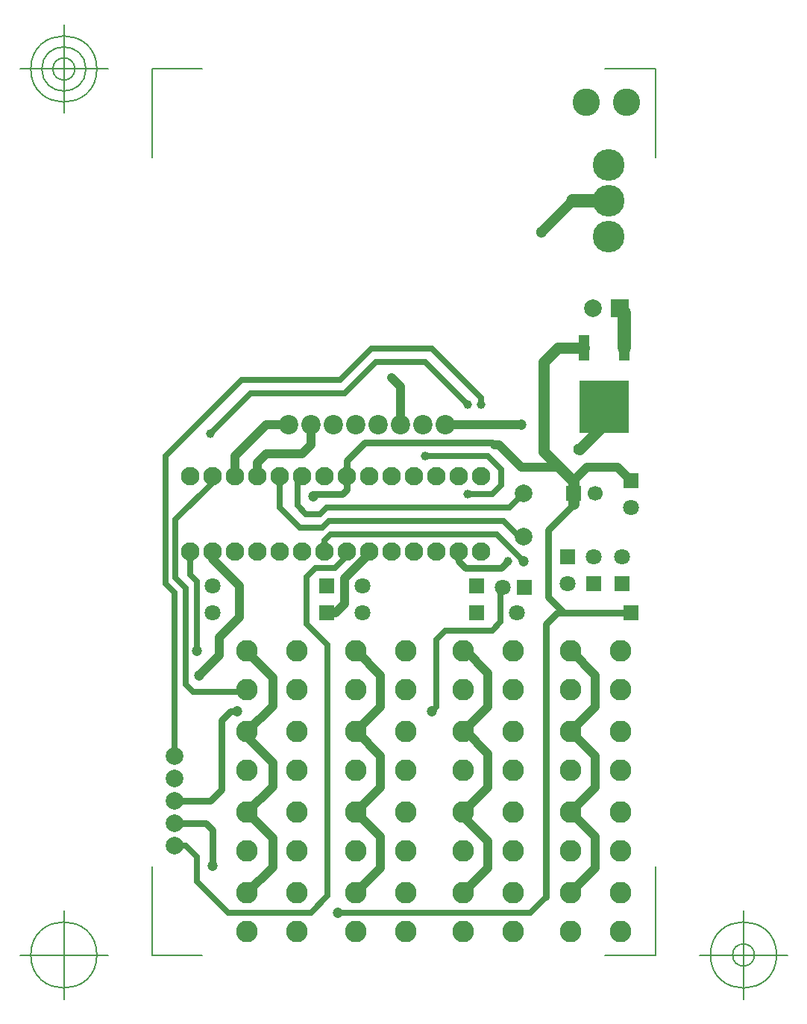
<source format=gbr>
G04 Generated by Ultiboard 14.0 *
%FSLAX34Y34*%
%MOMM*%

%ADD10C,0.0001*%
%ADD11C,1.0000*%
%ADD12C,0.6500*%
%ADD13C,0.8000*%
%ADD14C,1.5000*%
%ADD15C,1.2000*%
%ADD16C,1.2500*%
%ADD17C,0.1270*%
%ADD18C,2.4620*%
%ADD19C,1.2000*%
%ADD20C,1.8000*%
%ADD21R,1.8000X1.8000*%
%ADD22C,1.7000*%
%ADD23R,1.7000X1.7000*%
%ADD24C,2.1000*%
%ADD25C,1.0000*%
%ADD26C,1.3000*%
%ADD27C,3.6000*%
%ADD28C,2.0000*%
%ADD29R,5.5500X5.9500*%
%ADD30R,1.2500X2.8500*%
%ADD31C,2.2000*%
%ADD32C,3.1000*%
%ADD33R,2.0000X2.0000*%
%ADD34C,1.4000*%


G04 ColorRGB 00FF00 for the following layer *
%LNCopper Top*%
%LPD*%
G54D10*
G54D11*
X523240Y551180D02*
X488580Y551180D01*
X473340Y535940D01*
X102720Y250764D02*
X102720Y245260D01*
X254000Y278704D02*
X226060Y250764D01*
X347980Y342204D02*
X351216Y342204D01*
X375920Y317500D01*
X375920Y278704D01*
X347980Y250764D01*
X351216Y250764D01*
X375920Y226060D01*
X375920Y187264D01*
X347980Y159324D01*
X347980Y154940D01*
X375920Y127000D01*
X375920Y95824D01*
X347980Y67884D01*
X497840Y131384D02*
X469900Y159324D01*
X497840Y187264D01*
X469900Y342204D02*
X470596Y342204D01*
X497840Y187264D02*
X497840Y222824D01*
X469900Y250764D01*
X497840Y314960D02*
X497840Y278704D01*
X469900Y250764D01*
X470596Y342204D02*
X497840Y314960D01*
X469900Y68580D02*
X497840Y96520D01*
X469900Y67884D02*
X469900Y68580D01*
X497840Y96520D02*
X497840Y131384D01*
X226756Y342204D02*
X254000Y314960D01*
X254000Y278704D01*
X226060Y342204D02*
X226756Y342204D01*
X226756Y250764D02*
X226060Y250764D01*
X254000Y223520D02*
X254000Y187264D01*
X226756Y250764D02*
X254000Y223520D01*
X254000Y187264D02*
X226060Y159324D01*
X254000Y131384D02*
X254000Y95824D01*
X254000Y131384D02*
X226060Y159324D01*
X254000Y95824D02*
X226060Y67884D01*
X132080Y129964D02*
X132080Y97244D01*
X102720Y159324D02*
X132080Y129964D01*
X132080Y97244D02*
X102720Y67884D01*
X132080Y280124D02*
X102720Y250764D01*
X132080Y215900D02*
X132080Y188684D01*
X102720Y159324D01*
X102720Y245260D02*
X132080Y215900D01*
X102720Y341780D02*
X132080Y312420D01*
X132080Y280124D01*
X241300Y452800D02*
X241300Y455340D01*
X213360Y424860D02*
X241300Y452800D01*
X193040Y386080D02*
X203200Y386080D01*
X213360Y396240D02*
X213360Y424860D01*
X203200Y386080D02*
X213360Y396240D01*
X175260Y576580D02*
X175260Y599440D01*
X114300Y540340D02*
X114300Y556260D01*
X88900Y563880D02*
X88900Y540340D01*
X114300Y556260D02*
X124460Y566420D01*
X165100Y566420D01*
X149860Y599440D02*
X124460Y599440D01*
X88900Y563880D01*
X165100Y566420D02*
X175260Y576580D01*
X276860Y599440D02*
X276860Y642620D01*
X266700Y652780D01*
X457200Y551180D02*
X414020Y551180D01*
X327660Y599440D02*
X414020Y599440D01*
X414020Y551180D02*
X388620Y576580D01*
X383540Y576580D02*
X388620Y576580D01*
X523240Y551180D02*
X538480Y535940D01*
X93980Y416560D02*
X63500Y447040D01*
X63500Y455340D01*
X93980Y381000D02*
X93980Y416560D01*
X71120Y337820D02*
X71120Y358140D01*
X93980Y381000D01*
X48260Y314960D02*
X71120Y337820D01*
G54D12*
X312420Y274320D02*
X317500Y279400D01*
X317500Y355600D01*
X411479Y472441D02*
X416560Y472441D01*
X205740Y45720D02*
X424180Y45720D01*
X100180Y295664D02*
X102720Y298204D01*
X41760Y295664D02*
X100180Y295664D01*
X63500Y540340D02*
X63500Y533400D01*
X190500Y468040D02*
X190500Y455340D01*
X162560Y482600D02*
X139700Y505460D01*
X139700Y540340D01*
X187960Y482600D02*
X162560Y482600D01*
X441960Y63500D02*
X424180Y45720D01*
X327660Y365760D02*
X381000Y365760D01*
X317500Y355600D02*
X327660Y365760D01*
X390360Y412329D02*
X390360Y375120D01*
X381000Y365760D02*
X390360Y375120D01*
X390360Y412329D02*
X392900Y414869D01*
X194310Y64770D02*
X194310Y349250D01*
X215900Y450260D02*
X215900Y455340D01*
X202520Y436880D02*
X215900Y450260D01*
X180340Y436880D02*
X202520Y436880D01*
X170180Y373380D02*
X170180Y426720D01*
X180340Y436880D01*
X194310Y349250D02*
X170180Y373380D01*
X353060Y622300D02*
X304800Y670560D01*
X248920Y670560D01*
X213360Y635000D01*
X106680Y635000D01*
X60960Y589280D01*
X368300Y622300D02*
X368300Y629920D01*
X312420Y685800D01*
X243840Y685800D01*
X208280Y650240D01*
X63500Y533400D02*
X21590Y491490D01*
X45720Y342900D02*
X45720Y421640D01*
X38100Y429260D01*
X38100Y455340D01*
X21590Y491490D02*
X21590Y425450D01*
X10160Y419100D02*
X20320Y408940D01*
X20320Y223520D01*
X33020Y414020D02*
X33020Y304404D01*
X21590Y425450D02*
X33020Y414020D01*
X33020Y304404D02*
X41760Y295664D01*
X81280Y45720D02*
X175260Y45720D01*
X45720Y81280D02*
X81280Y45720D01*
X96520Y650240D02*
X10160Y563880D01*
X208280Y650240D02*
X96520Y650240D01*
X10160Y419100D02*
X10160Y563880D01*
X45720Y109220D02*
X33020Y121920D01*
X20320Y121920D01*
X45720Y109220D02*
X45720Y81280D01*
X175260Y45720D02*
X194310Y64770D01*
X197440Y474980D02*
X386080Y474980D01*
X197440Y474980D02*
X190500Y468040D01*
X416560Y444500D02*
X386080Y474980D01*
X393700Y490220D02*
X195580Y490220D01*
X411479Y472441D02*
X393700Y490220D01*
X195580Y490220D02*
X187960Y482600D01*
X400896Y505460D02*
X193040Y505460D01*
X185420Y497840D01*
X400896Y505460D02*
X416560Y521124D01*
X304800Y563880D02*
X375920Y563880D01*
X353060Y520700D02*
X381000Y520700D01*
X160020Y535260D02*
X165100Y540340D01*
X169544Y497840D02*
X160020Y507364D01*
X160020Y535260D01*
X185420Y497840D02*
X169544Y497840D01*
X391160Y548640D02*
X391160Y530860D01*
X381000Y520700D02*
X391160Y530860D01*
X375920Y563880D02*
X391160Y548640D01*
G54D13*
X441960Y63500D02*
X441960Y373380D01*
X454660Y386080D01*
X538480Y386080D01*
X342900Y455340D02*
X342900Y444500D01*
X350520Y436880D02*
X391160Y436880D01*
X398780Y444500D01*
X342900Y444500D02*
X350520Y436880D01*
X20320Y172720D02*
X60960Y172720D01*
X73660Y185420D01*
X73660Y264160D02*
X83820Y274320D01*
X73660Y185420D02*
X73660Y264160D01*
X83820Y274320D02*
X91440Y274320D01*
X20320Y147320D02*
X55880Y147320D01*
X63500Y139700D01*
X63500Y99060D01*
X444500Y480060D02*
X444500Y403860D01*
X472440Y508000D02*
X444500Y480060D01*
X444500Y403860D02*
X462280Y386080D01*
X215900Y525780D02*
X215900Y558800D01*
X180340Y520700D02*
X210820Y520700D01*
X215900Y525780D01*
X177800Y518160D02*
X180340Y520700D01*
X236220Y579120D02*
X381000Y579120D01*
X383540Y576580D01*
X215900Y558800D02*
X236220Y579120D01*
G54D14*
X530900Y686660D02*
X530900Y726400D01*
X525780Y731520D01*
X513080Y853440D02*
X472440Y853440D01*
G54D15*
X472440Y853440D02*
X436880Y817880D01*
G54D16*
X455520Y686660D02*
X485100Y686660D01*
X455520Y686660D02*
X439420Y670560D01*
X439420Y568960D01*
X472440Y535940D01*
X473340Y508900D02*
X473340Y535040D01*
X508000Y599440D02*
X508000Y619160D01*
X480060Y571500D02*
X508000Y599440D01*
G54D17*
X-5080Y-2540D02*
X-5080Y97968D01*
X-5080Y-2540D02*
X52078Y-2540D01*
X566500Y-2540D02*
X509342Y-2540D01*
X566500Y-2540D02*
X566500Y97968D01*
X566500Y1002540D02*
X566500Y902032D01*
X566500Y1002540D02*
X509342Y1002540D01*
X-5080Y1002540D02*
X52078Y1002540D01*
X-5080Y1002540D02*
X-5080Y902032D01*
X-55080Y-2540D02*
X-155080Y-2540D01*
X-105080Y-52540D02*
X-105080Y47460D01*
X-142580Y-2540D02*
G75*
D01*
G02X-142580Y-2540I37500J0*
G01*
X616500Y-2540D02*
X716500Y-2540D01*
X666500Y-52540D02*
X666500Y47460D01*
X629000Y-2540D02*
G75*
D01*
G02X629000Y-2540I37500J0*
G01*
X654000Y-2540D02*
G75*
D01*
G02X654000Y-2540I12500J0*
G01*
X-55080Y1002540D02*
X-155080Y1002540D01*
X-105080Y952540D02*
X-105080Y1052540D01*
X-142580Y1002540D02*
G75*
D01*
G02X-142580Y1002540I37500J0*
G01*
X-130080Y1002540D02*
G75*
D01*
G02X-130080Y1002540I25000J0*
G01*
X-117580Y1002540D02*
G75*
D01*
G02X-117580Y1002540I12500J0*
G01*
G54D18*
X469900Y159324D03*
X526900Y159324D03*
X469900Y115324D03*
X526900Y115324D03*
X347980Y67884D03*
X404980Y67884D03*
X347980Y23884D03*
X404980Y23884D03*
X159720Y23884D03*
X102720Y67884D03*
X159720Y67884D03*
X102720Y23884D03*
X102720Y159324D03*
X159720Y159324D03*
X102720Y115324D03*
X159720Y115324D03*
X102720Y342204D03*
X159720Y342204D03*
X102720Y298204D03*
X159720Y298204D03*
X102720Y250764D03*
X159720Y250764D03*
X102720Y206764D03*
X159720Y206764D03*
X226060Y342204D03*
X283060Y342204D03*
X226060Y298204D03*
X283060Y298204D03*
X226060Y250764D03*
X283060Y250764D03*
X226060Y206764D03*
X283060Y206764D03*
X226060Y159324D03*
X283060Y159324D03*
X226060Y115324D03*
X283060Y115324D03*
X347980Y159324D03*
X404980Y159324D03*
X347980Y115324D03*
X404980Y115324D03*
X347980Y250764D03*
X404980Y250764D03*
X347980Y206764D03*
X404980Y206764D03*
X347980Y342204D03*
X404980Y342204D03*
X347980Y298204D03*
X404980Y298204D03*
X469900Y250764D03*
X526900Y250764D03*
X469900Y206764D03*
X526900Y206764D03*
X469900Y342204D03*
X526900Y342204D03*
X469900Y298204D03*
X526900Y298204D03*
X469900Y67884D03*
X526900Y67884D03*
X469900Y23884D03*
X526900Y23884D03*
X226060Y67884D03*
X283060Y67884D03*
X226060Y23884D03*
X283060Y23884D03*
G54D19*
X91440Y274320D03*
X312420Y274320D03*
X416560Y444500D03*
X63500Y99060D03*
X205740Y45720D03*
X48260Y314960D03*
X45720Y342900D03*
X414020Y599440D03*
X177800Y518160D03*
G54D20*
X538480Y505460D03*
X63500Y386080D03*
X63500Y416560D03*
X233680Y416560D03*
X233680Y386080D03*
X408940Y386080D03*
X528320Y449580D03*
X392900Y414869D03*
X466511Y419100D03*
X496640Y449580D03*
G54D21*
X538480Y535940D03*
X193040Y386080D03*
X193040Y416560D03*
X363220Y416560D03*
X363220Y386080D03*
X538480Y386080D03*
X528320Y419100D03*
X417900Y414869D03*
X466511Y449580D03*
X496640Y419100D03*
G54D22*
X498340Y521240D03*
G54D23*
X473340Y521240D03*
G54D24*
X368300Y540340D03*
X342900Y540340D03*
X317500Y540340D03*
X292100Y540340D03*
X266700Y540340D03*
X241300Y540340D03*
X215900Y540340D03*
X190500Y540340D03*
X165100Y540340D03*
X139700Y540340D03*
X114300Y540340D03*
X88900Y540340D03*
X63500Y540340D03*
X38100Y540340D03*
X368300Y455340D03*
X342900Y455340D03*
X317500Y455340D03*
X292100Y455340D03*
X266700Y455340D03*
X241300Y455340D03*
X215900Y455340D03*
X190500Y455340D03*
X165100Y455340D03*
X139700Y455340D03*
X114300Y455340D03*
X88900Y455340D03*
X63500Y455340D03*
X38100Y455340D03*
G54D25*
X266700Y652780D03*
X398780Y444500D03*
X353060Y622300D03*
X368300Y622300D03*
X60960Y589280D03*
X383540Y576580D03*
X304800Y563880D03*
X353060Y520700D03*
G54D26*
X436880Y817880D03*
G54D27*
X513080Y853440D03*
X513080Y894080D03*
X513080Y812800D03*
G54D28*
X416560Y472441D03*
X416560Y521124D03*
X20320Y147320D03*
X20320Y121920D03*
X20320Y172720D03*
X20320Y198120D03*
X20320Y223520D03*
X495300Y731520D03*
G54D29*
X508000Y619160D03*
G54D30*
X485100Y686660D03*
X530900Y686660D03*
G54D31*
X149860Y599440D03*
X175260Y599440D03*
X200660Y599440D03*
X226060Y599440D03*
X251460Y599440D03*
X276860Y599440D03*
X302260Y599440D03*
X327660Y599440D03*
G54D32*
X487680Y965200D03*
X533400Y965200D03*
G54D33*
X525780Y731520D03*
G54D34*
X480060Y571500D03*

M02*

</source>
